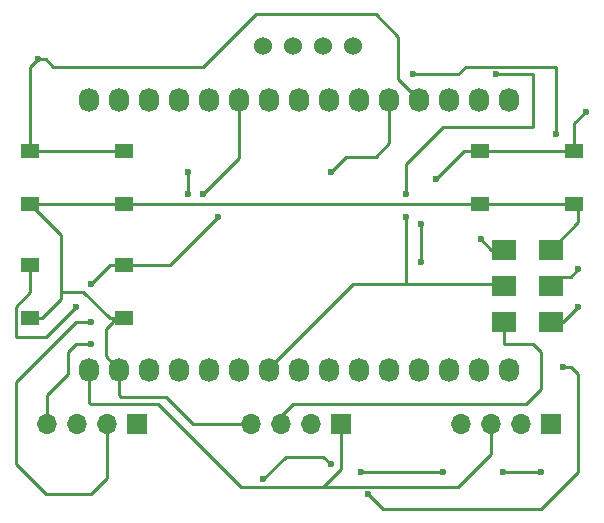
<source format=gbr>
G04 #@! TF.FileFunction,Copper,L1,Top,Signal*
%FSLAX46Y46*%
G04 Gerber Fmt 4.6, Leading zero omitted, Abs format (unit mm)*
G04 Created by KiCad (PCBNEW 4.0.4-stable) date 02/23/17 00:53:12*
%MOMM*%
%LPD*%
G01*
G04 APERTURE LIST*
%ADD10C,0.100000*%
%ADD11R,1.700000X1.700000*%
%ADD12O,1.700000X1.700000*%
%ADD13C,1.524000*%
%ADD14R,2.000000X1.700000*%
%ADD15R,1.550000X1.300000*%
%ADD16O,1.727200X2.032000*%
%ADD17C,0.600000*%
%ADD18C,0.250000*%
G04 APERTURE END LIST*
D10*
D11*
X73152000Y-64516000D03*
D12*
X70612000Y-64516000D03*
X68072000Y-64516000D03*
X65532000Y-64516000D03*
D11*
X90424000Y-64516000D03*
D12*
X87884000Y-64516000D03*
X85344000Y-64516000D03*
X82804000Y-64516000D03*
D13*
X83820000Y-32512000D03*
X86360000Y-32512000D03*
X88900000Y-32512000D03*
X91440000Y-32512000D03*
D11*
X108204000Y-64516000D03*
D12*
X105664000Y-64516000D03*
X103124000Y-64516000D03*
X100584000Y-64516000D03*
D14*
X104172000Y-55880000D03*
X108172000Y-55880000D03*
X104172000Y-49784000D03*
X108172000Y-49784000D03*
X104172000Y-52832000D03*
X108172000Y-52832000D03*
D15*
X64097000Y-41438000D03*
X72047000Y-41438000D03*
X64097000Y-45938000D03*
X72047000Y-45938000D03*
X64097000Y-51090000D03*
X72047000Y-51090000D03*
X64097000Y-55590000D03*
X72047000Y-55590000D03*
X102197000Y-41438000D03*
X110147000Y-41438000D03*
X102197000Y-45938000D03*
X110147000Y-45938000D03*
D16*
X104648000Y-59944000D03*
X102108000Y-59944000D03*
X99568000Y-59944000D03*
X97028000Y-59944000D03*
X94488000Y-59944000D03*
X91948000Y-59944000D03*
X89408000Y-59944000D03*
X86868000Y-59944000D03*
X84328000Y-59944000D03*
X81788000Y-59944000D03*
X79248000Y-59944000D03*
X76708000Y-59944000D03*
X74168000Y-59944000D03*
X71628000Y-59944000D03*
X69088000Y-59944000D03*
X104648000Y-37084000D03*
X74168000Y-37084000D03*
X71628000Y-37084000D03*
X76708000Y-37084000D03*
X91948000Y-37084000D03*
X94488000Y-37084000D03*
X89408000Y-37084000D03*
X69088000Y-37084000D03*
X84328000Y-37084000D03*
X86868000Y-37084000D03*
X81788000Y-37084000D03*
X79248000Y-37084000D03*
X99568000Y-37084000D03*
X97028000Y-37084000D03*
X102108000Y-37084000D03*
D17*
X97155000Y-47625000D03*
X97155000Y-50800000D03*
X107315000Y-68580000D03*
X104140000Y-68580000D03*
X99060000Y-68580000D03*
X92075000Y-68580000D03*
X89535000Y-67945000D03*
X83820000Y-69215000D03*
X77470000Y-43180000D03*
X77470000Y-45085000D03*
X69215000Y-55880000D03*
X109220000Y-59690000D03*
X92710000Y-70485000D03*
X69215000Y-57785000D03*
X102235000Y-48895000D03*
X78740000Y-45085000D03*
X110490000Y-54610000D03*
X103505000Y-34925000D03*
X95885000Y-45085000D03*
X95885000Y-46990000D03*
X64770000Y-33655000D03*
X96520000Y-34925000D03*
X110490000Y-51435000D03*
X108585000Y-40005000D03*
X89535000Y-43180000D03*
X80010000Y-46990000D03*
X69215000Y-52705000D03*
X67945000Y-54610000D03*
X111125000Y-38100000D03*
X98425000Y-43815000D03*
D18*
X97155000Y-47625000D02*
X97155000Y-50800000D01*
X107315000Y-68580000D02*
X104140000Y-68580000D01*
X99060000Y-68580000D02*
X92075000Y-68580000D01*
X89535000Y-67945000D02*
X88900000Y-67310000D01*
X88900000Y-67310000D02*
X85725000Y-67310000D01*
X85725000Y-67310000D02*
X83820000Y-69215000D01*
X70612000Y-64516000D02*
X70612000Y-69088000D01*
X77470000Y-45085000D02*
X77470000Y-43180000D01*
X67945000Y-55880000D02*
X69215000Y-55880000D01*
X62865000Y-60960000D02*
X67945000Y-55880000D01*
X62865000Y-67945000D02*
X62865000Y-60960000D01*
X65405000Y-70485000D02*
X62865000Y-67945000D01*
X69215000Y-70485000D02*
X65405000Y-70485000D01*
X70612000Y-69088000D02*
X69215000Y-70485000D01*
X109855000Y-59690000D02*
X109220000Y-59690000D01*
X110490000Y-60325000D02*
X109855000Y-59690000D01*
X110490000Y-68580000D02*
X110490000Y-60325000D01*
X107315000Y-71755000D02*
X110490000Y-68580000D01*
X93980000Y-71755000D02*
X107315000Y-71755000D01*
X92710000Y-70485000D02*
X93980000Y-71755000D01*
X65532000Y-64516000D02*
X65532000Y-62103000D01*
X67945000Y-57785000D02*
X69215000Y-57785000D01*
X67310000Y-58420000D02*
X67945000Y-57785000D01*
X67310000Y-60325000D02*
X67310000Y-58420000D01*
X65532000Y-62103000D02*
X67310000Y-60325000D01*
X103124000Y-64516000D02*
X103124000Y-67056000D01*
X100330000Y-69850000D02*
X91440000Y-69850000D01*
X91440000Y-69850000D02*
X88900000Y-69850000D01*
X103124000Y-67056000D02*
X102552500Y-67627500D01*
X102552500Y-67627500D02*
X100330000Y-69850000D01*
X69088000Y-59944000D02*
X69088000Y-62738000D01*
X90424000Y-68326000D02*
X90424000Y-64516000D01*
X88900000Y-69850000D02*
X90424000Y-68326000D01*
X81915000Y-69850000D02*
X88900000Y-69850000D01*
X74930000Y-62865000D02*
X81915000Y-69850000D01*
X69215000Y-62865000D02*
X74930000Y-62865000D01*
X69088000Y-62738000D02*
X69215000Y-62865000D01*
X104172000Y-55880000D02*
X104172000Y-57753000D01*
X86360000Y-62865000D02*
X85344000Y-63881000D01*
X106045000Y-62865000D02*
X86360000Y-62865000D01*
X107315000Y-61595000D02*
X106045000Y-62865000D01*
X107315000Y-58420000D02*
X107315000Y-61595000D01*
X106680000Y-57785000D02*
X107315000Y-58420000D01*
X104204000Y-57785000D02*
X106680000Y-57785000D01*
X104172000Y-57753000D02*
X104204000Y-57785000D01*
X85344000Y-63881000D02*
X85344000Y-64516000D01*
X82804000Y-64516000D02*
X80010000Y-64516000D01*
X80010000Y-64516000D02*
X77851000Y-64516000D01*
X71628000Y-62103000D02*
X71628000Y-59944000D01*
X71755000Y-62230000D02*
X71628000Y-62103000D01*
X75565000Y-62230000D02*
X71755000Y-62230000D01*
X77851000Y-64516000D02*
X75565000Y-62230000D01*
X71120000Y-55590000D02*
X71120000Y-55880000D01*
X70485000Y-58801000D02*
X71628000Y-59944000D01*
X70485000Y-56515000D02*
X70485000Y-58801000D01*
X71120000Y-55880000D02*
X70485000Y-56515000D01*
X66675000Y-53340000D02*
X68580000Y-53340000D01*
X70830000Y-55590000D02*
X71120000Y-55590000D01*
X71120000Y-55590000D02*
X72047000Y-55590000D01*
X68580000Y-53340000D02*
X70830000Y-55590000D01*
X64097000Y-45938000D02*
X72047000Y-45938000D01*
X72047000Y-45938000D02*
X102197000Y-45938000D01*
X102197000Y-45938000D02*
X110147000Y-45938000D01*
X110147000Y-45938000D02*
X110490000Y-46281000D01*
X110490000Y-46281000D02*
X110490000Y-47466000D01*
X110490000Y-47466000D02*
X108172000Y-49784000D01*
X64097000Y-55590000D02*
X65060000Y-55590000D01*
X66675000Y-48516000D02*
X64097000Y-45938000D01*
X66675000Y-53975000D02*
X66675000Y-53340000D01*
X66675000Y-53340000D02*
X66675000Y-48516000D01*
X65060000Y-55590000D02*
X66675000Y-53975000D01*
X103124000Y-49784000D02*
X104172000Y-49784000D01*
X102235000Y-48895000D02*
X103124000Y-49784000D01*
X108172000Y-55880000D02*
X109220000Y-55880000D01*
X81788000Y-42037000D02*
X81788000Y-37084000D01*
X78740000Y-45085000D02*
X81788000Y-42037000D01*
X109220000Y-55880000D02*
X110490000Y-54610000D01*
X95885000Y-52705000D02*
X95885000Y-46990000D01*
X106680000Y-34925000D02*
X103505000Y-34925000D01*
X106680000Y-39370000D02*
X106680000Y-34925000D01*
X99060000Y-39370000D02*
X106680000Y-39370000D01*
X95885000Y-42545000D02*
X99060000Y-39370000D01*
X95885000Y-45085000D02*
X95885000Y-42545000D01*
X84328000Y-59944000D02*
X84328000Y-59817000D01*
X84328000Y-59817000D02*
X91440000Y-52705000D01*
X91440000Y-52705000D02*
X95885000Y-52705000D01*
X95885000Y-52705000D02*
X104045000Y-52705000D01*
X104045000Y-52705000D02*
X104172000Y-52832000D01*
X64770000Y-33655000D02*
X65405000Y-33655000D01*
X95250000Y-35306000D02*
X97028000Y-37084000D01*
X95250000Y-31750000D02*
X95250000Y-35306000D01*
X93345000Y-29845000D02*
X95250000Y-31750000D01*
X83185000Y-29845000D02*
X93345000Y-29845000D01*
X78740000Y-34290000D02*
X83185000Y-29845000D01*
X66040000Y-34290000D02*
X78740000Y-34290000D01*
X65405000Y-33655000D02*
X66040000Y-34290000D01*
X64097000Y-41438000D02*
X72047000Y-41438000D01*
X64097000Y-41438000D02*
X64097000Y-34328000D01*
X64097000Y-34328000D02*
X64770000Y-33655000D01*
X96520000Y-34925000D02*
X100330000Y-34925000D01*
X100330000Y-34925000D02*
X100965000Y-34290000D01*
X100965000Y-34290000D02*
X108585000Y-34290000D01*
X110490000Y-51435000D02*
X109855000Y-52070000D01*
X108585000Y-34290000D02*
X108585000Y-40005000D01*
X109855000Y-52070000D02*
X108934000Y-52070000D01*
X108934000Y-52070000D02*
X108172000Y-52832000D01*
X72047000Y-51090000D02*
X75910000Y-51090000D01*
X94488000Y-40767000D02*
X94488000Y-37084000D01*
X93345000Y-41910000D02*
X94488000Y-40767000D01*
X90805000Y-41910000D02*
X93345000Y-41910000D01*
X89535000Y-43180000D02*
X90805000Y-41910000D01*
X75910000Y-51090000D02*
X80010000Y-46990000D01*
X64097000Y-51090000D02*
X64097000Y-53378000D01*
X70830000Y-51090000D02*
X72047000Y-51090000D01*
X69215000Y-52705000D02*
X70830000Y-51090000D01*
X65405000Y-57150000D02*
X67945000Y-54610000D01*
X64135000Y-57150000D02*
X65405000Y-57150000D01*
X62865000Y-57150000D02*
X64135000Y-57150000D01*
X62865000Y-54610000D02*
X62865000Y-57150000D01*
X64097000Y-53378000D02*
X62865000Y-54610000D01*
X111125000Y-38100000D02*
X110147000Y-39078000D01*
X110147000Y-39078000D02*
X110147000Y-41438000D01*
X110147000Y-41438000D02*
X102197000Y-41438000D01*
X98425000Y-43815000D02*
X100802000Y-41438000D01*
X100802000Y-41438000D02*
X102197000Y-41438000D01*
M02*

</source>
